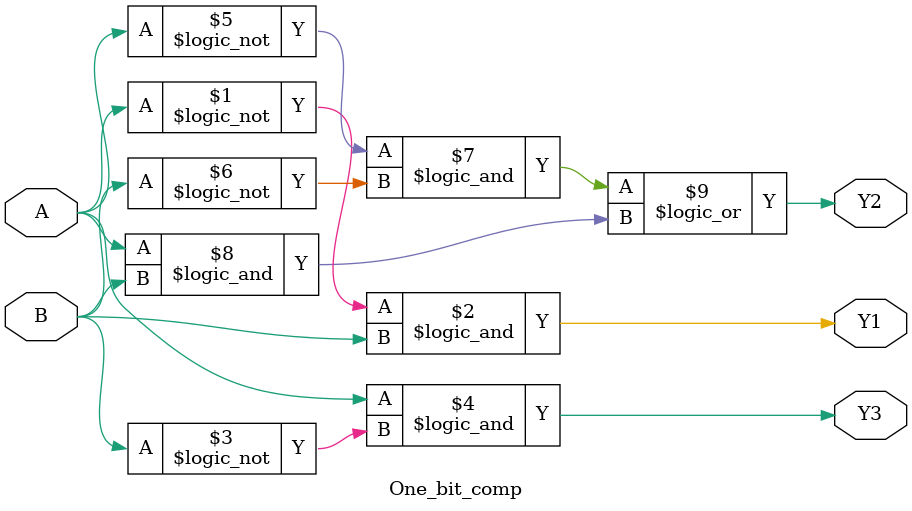
<source format=v>
module One_bit_comp(A, B, Y1, Y2, Y3);
    input A, B;
    output Y1, Y2, Y3;

    // consider Y1 = A<B, Y2 = A=B, Y3 = A>B

    assign Y1 = !A && B;
    assign Y3 = A && !B;
    assign Y2 = (!A && !B) || (A && B);
endmodule

</source>
